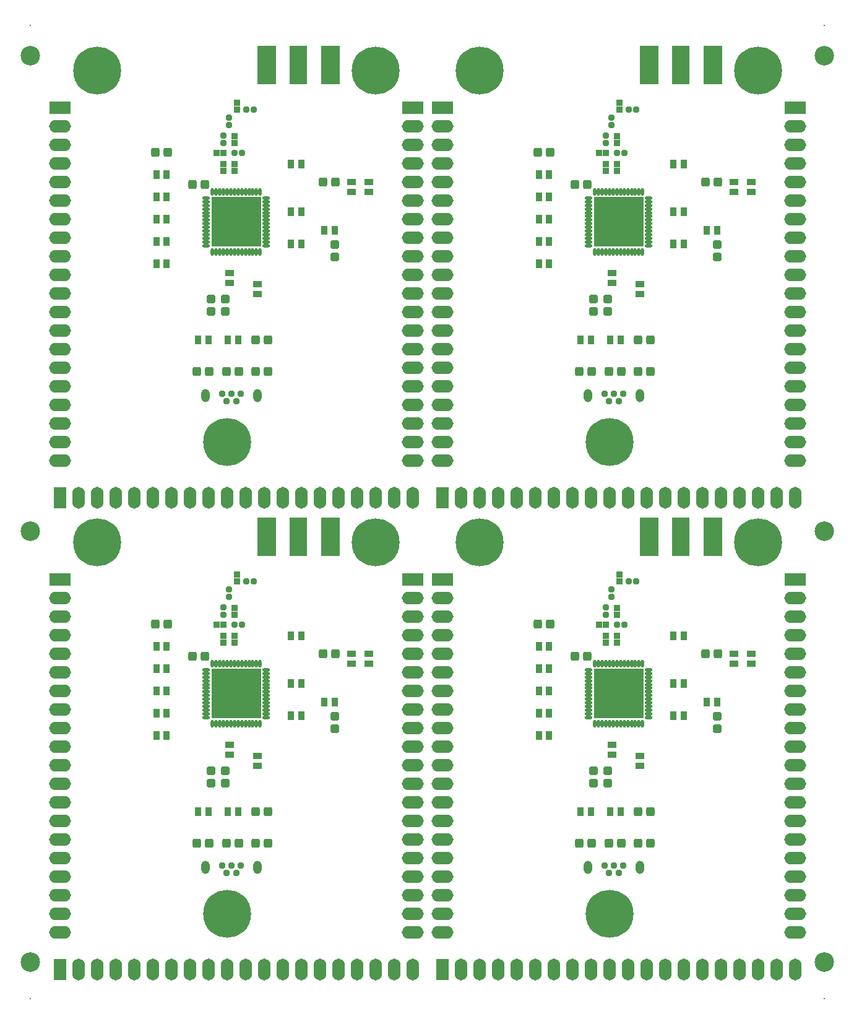
<source format=gts>
G04 Layer_Color=8388736*
%FSLAX25Y25*%
%MOIN*%
G70*
G01*
G75*
%ADD59C,0.10512*%
%ADD60R,0.03753X0.04540*%
G04:AMPARAMS|DCode=61|XSize=47.37mil|YSize=43.43mil|CornerRadius=8.43mil|HoleSize=0mil|Usage=FLASHONLY|Rotation=180.000|XOffset=0mil|YOffset=0mil|HoleType=Round|Shape=RoundedRectangle|*
%AMROUNDEDRECTD61*
21,1,0.04737,0.02657,0,0,180.0*
21,1,0.03051,0.04343,0,0,180.0*
1,1,0.01686,-0.01526,0.01329*
1,1,0.01686,0.01526,0.01329*
1,1,0.01686,0.01526,-0.01329*
1,1,0.01686,-0.01526,-0.01329*
%
%ADD61ROUNDEDRECTD61*%
G04:AMPARAMS|DCode=62|XSize=47.37mil|YSize=43.43mil|CornerRadius=8.43mil|HoleSize=0mil|Usage=FLASHONLY|Rotation=90.000|XOffset=0mil|YOffset=0mil|HoleType=Round|Shape=RoundedRectangle|*
%AMROUNDEDRECTD62*
21,1,0.04737,0.02657,0,0,90.0*
21,1,0.03051,0.04343,0,0,90.0*
1,1,0.01686,0.01329,0.01526*
1,1,0.01686,0.01329,-0.01526*
1,1,0.01686,-0.01329,-0.01526*
1,1,0.01686,-0.01329,0.01526*
%
%ADD62ROUNDEDRECTD62*%
%ADD63R,0.09816X0.20800*%
%ADD64R,0.10308X0.20800*%
%ADD65R,0.04540X0.03753*%
%ADD66R,0.03320X0.03320*%
%ADD67R,0.03320X0.03320*%
G04:AMPARAMS|DCode=68|XSize=31.62mil|YSize=31.62mil|CornerRadius=6.36mil|HoleSize=0mil|Usage=FLASHONLY|Rotation=90.000|XOffset=0mil|YOffset=0mil|HoleType=Round|Shape=RoundedRectangle|*
%AMROUNDEDRECTD68*
21,1,0.03162,0.01890,0,0,90.0*
21,1,0.01890,0.03162,0,0,90.0*
1,1,0.01272,0.00945,0.00945*
1,1,0.01272,0.00945,-0.00945*
1,1,0.01272,-0.00945,-0.00945*
1,1,0.01272,-0.00945,0.00945*
%
%ADD68ROUNDEDRECTD68*%
G04:AMPARAMS|DCode=69|XSize=31.62mil|YSize=31.62mil|CornerRadius=6.36mil|HoleSize=0mil|Usage=FLASHONLY|Rotation=180.000|XOffset=0mil|YOffset=0mil|HoleType=Round|Shape=RoundedRectangle|*
%AMROUNDEDRECTD69*
21,1,0.03162,0.01890,0,0,180.0*
21,1,0.01890,0.03162,0,0,180.0*
1,1,0.01272,-0.00945,0.00945*
1,1,0.01272,0.00945,0.00945*
1,1,0.01272,0.00945,-0.00945*
1,1,0.01272,-0.00945,-0.00945*
%
%ADD69ROUNDEDRECTD69*%
%ADD70O,0.04343X0.01784*%
%ADD71O,0.01784X0.04343*%
%ADD72R,0.26784X0.26784*%
%ADD73C,0.00800*%
%ADD74C,0.03753*%
G04:AMPARAMS|DCode=75|XSize=47.37mil|YSize=70.99mil|CornerRadius=23.68mil|HoleSize=0mil|Usage=FLASHONLY|Rotation=0.000|XOffset=0mil|YOffset=0mil|HoleType=Round|Shape=RoundedRectangle|*
%AMROUNDEDRECTD75*
21,1,0.04737,0.02362,0,0,0.0*
21,1,0.00000,0.07099,0,0,0.0*
1,1,0.04737,0.00000,-0.01181*
1,1,0.04737,0.00000,-0.01181*
1,1,0.04737,0.00000,0.01181*
1,1,0.04737,0.00000,0.01181*
%
%ADD75ROUNDEDRECTD75*%
%ADD76O,0.06800X0.11800*%
%ADD77C,0.25800*%
%ADD78R,0.11800X0.06800*%
%ADD79O,0.11800X0.06800*%
%ADD80R,0.06800X0.11800*%
%ADD81C,0.03200*%
D59*
X-7874Y500000D02*
D03*
X419874D02*
D03*
X-7874Y244094D02*
D03*
X419874D02*
D03*
Y11811D02*
D03*
X-7874D02*
D03*
D60*
X150688Y152000D02*
D03*
X156200D02*
D03*
X138212Y187500D02*
D03*
X132700D02*
D03*
Y162000D02*
D03*
X138212D02*
D03*
X65700Y182000D02*
D03*
X60188D02*
D03*
X65712Y170000D02*
D03*
X60200D02*
D03*
X65712Y158000D02*
D03*
X60200D02*
D03*
X65700Y146000D02*
D03*
X60188D02*
D03*
X65700Y134000D02*
D03*
X60188D02*
D03*
X132688Y144500D02*
D03*
X138200D02*
D03*
X88200Y93000D02*
D03*
X82688D02*
D03*
X98688D02*
D03*
X104200D02*
D03*
X356688Y152000D02*
D03*
X362200D02*
D03*
X344212Y187500D02*
D03*
X338700D02*
D03*
Y162000D02*
D03*
X344212D02*
D03*
X271700Y182000D02*
D03*
X266188D02*
D03*
X271712Y170000D02*
D03*
X266200D02*
D03*
X271712Y158000D02*
D03*
X266200D02*
D03*
X271700Y146000D02*
D03*
X266188D02*
D03*
X271700Y134000D02*
D03*
X266188D02*
D03*
X338688Y144500D02*
D03*
X344200D02*
D03*
X294200Y93000D02*
D03*
X288688D02*
D03*
X304688D02*
D03*
X310200D02*
D03*
X150688Y406000D02*
D03*
X156200D02*
D03*
X138212Y441500D02*
D03*
X132700D02*
D03*
Y416000D02*
D03*
X138212D02*
D03*
X65700Y436000D02*
D03*
X60188D02*
D03*
X65712Y424000D02*
D03*
X60200D02*
D03*
X65712Y412000D02*
D03*
X60200D02*
D03*
X65700Y400000D02*
D03*
X60188D02*
D03*
X65700Y388000D02*
D03*
X60188D02*
D03*
X132688Y398500D02*
D03*
X138200D02*
D03*
X88200Y347000D02*
D03*
X82688D02*
D03*
X98688D02*
D03*
X104200D02*
D03*
X356688Y406000D02*
D03*
X362200D02*
D03*
X344212Y441500D02*
D03*
X338700D02*
D03*
Y416000D02*
D03*
X344212D02*
D03*
X271700Y436000D02*
D03*
X266188D02*
D03*
X271712Y424000D02*
D03*
X266200D02*
D03*
X271712Y412000D02*
D03*
X266200D02*
D03*
X271700Y400000D02*
D03*
X266188D02*
D03*
X271700Y388000D02*
D03*
X266188D02*
D03*
X338688Y398500D02*
D03*
X344200D02*
D03*
X294200Y347000D02*
D03*
X288688D02*
D03*
X304688D02*
D03*
X310200D02*
D03*
D61*
X156200Y144193D02*
D03*
Y137500D02*
D03*
X89700Y108307D02*
D03*
Y115000D02*
D03*
X97200D02*
D03*
Y108307D02*
D03*
X362200Y144193D02*
D03*
Y137500D02*
D03*
X295700Y108307D02*
D03*
Y115000D02*
D03*
X303200D02*
D03*
Y108307D02*
D03*
X156200Y398193D02*
D03*
Y391500D02*
D03*
X89700Y362307D02*
D03*
Y369000D02*
D03*
X97200D02*
D03*
Y362307D02*
D03*
X362200Y398193D02*
D03*
Y391500D02*
D03*
X295700Y362307D02*
D03*
Y369000D02*
D03*
X303200D02*
D03*
Y362307D02*
D03*
D62*
X86393Y176500D02*
D03*
X79700D02*
D03*
X59700Y194000D02*
D03*
X66393D02*
D03*
X156700Y178000D02*
D03*
X150007D02*
D03*
X113507Y93000D02*
D03*
X120200D02*
D03*
Y76000D02*
D03*
X113507D02*
D03*
X104700D02*
D03*
X98007D02*
D03*
X82007D02*
D03*
X88700D02*
D03*
X292393Y176500D02*
D03*
X285700D02*
D03*
X265700Y194000D02*
D03*
X272393D02*
D03*
X362700Y178000D02*
D03*
X356007D02*
D03*
X319507Y93000D02*
D03*
X326200D02*
D03*
Y76000D02*
D03*
X319507D02*
D03*
X310700D02*
D03*
X304007D02*
D03*
X288007D02*
D03*
X294700D02*
D03*
X86393Y430500D02*
D03*
X79700D02*
D03*
X59700Y448000D02*
D03*
X66393D02*
D03*
X156700Y432000D02*
D03*
X150007D02*
D03*
X113507Y347000D02*
D03*
X120200D02*
D03*
Y330000D02*
D03*
X113507D02*
D03*
X104700D02*
D03*
X98007D02*
D03*
X82007D02*
D03*
X88700D02*
D03*
X292393Y430500D02*
D03*
X285700D02*
D03*
X265700Y448000D02*
D03*
X272393D02*
D03*
X362700Y432000D02*
D03*
X356007D02*
D03*
X319507Y347000D02*
D03*
X326200D02*
D03*
Y330000D02*
D03*
X319507D02*
D03*
X310700D02*
D03*
X304007D02*
D03*
X288007D02*
D03*
X294700D02*
D03*
D63*
X136700Y241000D02*
D03*
X342700D02*
D03*
X136700Y495000D02*
D03*
X342700D02*
D03*
D64*
X153954Y241000D02*
D03*
X119446D02*
D03*
X359954D02*
D03*
X325446D02*
D03*
X153954Y495000D02*
D03*
X119446D02*
D03*
X359954D02*
D03*
X325446D02*
D03*
D65*
X99700Y129012D02*
D03*
Y123500D02*
D03*
X114700Y123012D02*
D03*
Y117500D02*
D03*
X165200Y178012D02*
D03*
Y172500D02*
D03*
X174700Y178012D02*
D03*
Y172500D02*
D03*
X305700Y129012D02*
D03*
Y123500D02*
D03*
X320700Y123012D02*
D03*
Y117500D02*
D03*
X371200Y178012D02*
D03*
Y172500D02*
D03*
X380700Y178012D02*
D03*
Y172500D02*
D03*
X99700Y383012D02*
D03*
Y377500D02*
D03*
X114700Y377012D02*
D03*
Y371500D02*
D03*
X165200Y432012D02*
D03*
Y426500D02*
D03*
X174700Y432012D02*
D03*
Y426500D02*
D03*
X305700Y383012D02*
D03*
Y377500D02*
D03*
X320700Y377012D02*
D03*
Y371500D02*
D03*
X371200Y432012D02*
D03*
Y426500D02*
D03*
X380700Y432012D02*
D03*
Y426500D02*
D03*
D66*
X103700Y217000D02*
D03*
Y220622D02*
D03*
X102200Y199000D02*
D03*
Y202622D02*
D03*
X96200Y184000D02*
D03*
Y187622D02*
D03*
X102200Y184000D02*
D03*
Y187622D02*
D03*
X309700Y217000D02*
D03*
Y220622D02*
D03*
X308200Y199000D02*
D03*
Y202622D02*
D03*
X302200Y184000D02*
D03*
Y187622D02*
D03*
X308200Y184000D02*
D03*
Y187622D02*
D03*
X103700Y471000D02*
D03*
Y474622D02*
D03*
X102200Y453000D02*
D03*
Y456622D02*
D03*
X96200Y438000D02*
D03*
Y441622D02*
D03*
X102200Y438000D02*
D03*
Y441622D02*
D03*
X309700Y471000D02*
D03*
Y474622D02*
D03*
X308200Y453000D02*
D03*
Y456622D02*
D03*
X302200Y438000D02*
D03*
Y441622D02*
D03*
X308200Y438000D02*
D03*
Y441622D02*
D03*
D67*
X92578Y193500D02*
D03*
X96200D02*
D03*
X298578D02*
D03*
X302200D02*
D03*
X92578Y447500D02*
D03*
X96200D02*
D03*
X298578D02*
D03*
X302200D02*
D03*
D68*
X112637Y217000D02*
D03*
X108700D02*
D03*
X102200Y193500D02*
D03*
X106137D02*
D03*
X318637Y217000D02*
D03*
X314700D02*
D03*
X308200Y193500D02*
D03*
X312137D02*
D03*
X112637Y471000D02*
D03*
X108700D02*
D03*
X102200Y447500D02*
D03*
X106137D02*
D03*
X318637Y471000D02*
D03*
X314700D02*
D03*
X308200Y447500D02*
D03*
X312137D02*
D03*
D69*
X99200Y212437D02*
D03*
Y208500D02*
D03*
X96200Y202937D02*
D03*
Y199000D02*
D03*
X305200Y212437D02*
D03*
Y208500D02*
D03*
X302200Y202937D02*
D03*
Y199000D02*
D03*
X99200Y466437D02*
D03*
Y462500D02*
D03*
X96200Y456937D02*
D03*
Y453000D02*
D03*
X305200Y466437D02*
D03*
Y462500D02*
D03*
X302200Y456937D02*
D03*
Y453000D02*
D03*
D70*
X87058Y143705D02*
D03*
Y145673D02*
D03*
Y147642D02*
D03*
Y149610D02*
D03*
Y151579D02*
D03*
Y153547D02*
D03*
Y155516D02*
D03*
Y157484D02*
D03*
Y159453D02*
D03*
Y161421D02*
D03*
Y163390D02*
D03*
Y165358D02*
D03*
Y167327D02*
D03*
Y169295D02*
D03*
X119342D02*
D03*
Y167327D02*
D03*
Y165358D02*
D03*
Y163390D02*
D03*
Y161421D02*
D03*
Y159453D02*
D03*
Y157484D02*
D03*
Y155516D02*
D03*
Y153547D02*
D03*
Y151579D02*
D03*
Y149610D02*
D03*
Y147642D02*
D03*
Y145673D02*
D03*
Y143705D02*
D03*
X293058D02*
D03*
Y145673D02*
D03*
Y147642D02*
D03*
Y149610D02*
D03*
Y151579D02*
D03*
Y153547D02*
D03*
Y155516D02*
D03*
Y157484D02*
D03*
Y159453D02*
D03*
Y161421D02*
D03*
Y163390D02*
D03*
Y165358D02*
D03*
Y167327D02*
D03*
Y169295D02*
D03*
X325342D02*
D03*
Y167327D02*
D03*
Y165358D02*
D03*
Y163390D02*
D03*
Y161421D02*
D03*
Y159453D02*
D03*
Y157484D02*
D03*
Y155516D02*
D03*
Y153547D02*
D03*
Y151579D02*
D03*
Y149610D02*
D03*
Y147642D02*
D03*
Y145673D02*
D03*
Y143705D02*
D03*
X87058Y397705D02*
D03*
Y399673D02*
D03*
Y401642D02*
D03*
Y403610D02*
D03*
Y405579D02*
D03*
Y407547D02*
D03*
Y409516D02*
D03*
Y411484D02*
D03*
Y413453D02*
D03*
Y415421D02*
D03*
Y417390D02*
D03*
Y419358D02*
D03*
Y421327D02*
D03*
Y423295D02*
D03*
X119342D02*
D03*
Y421327D02*
D03*
Y419358D02*
D03*
Y417390D02*
D03*
Y415421D02*
D03*
Y413453D02*
D03*
Y411484D02*
D03*
Y409516D02*
D03*
Y407547D02*
D03*
Y405579D02*
D03*
Y403610D02*
D03*
Y401642D02*
D03*
Y399673D02*
D03*
Y397705D02*
D03*
X293058D02*
D03*
Y399673D02*
D03*
Y401642D02*
D03*
Y403610D02*
D03*
Y405579D02*
D03*
Y407547D02*
D03*
Y409516D02*
D03*
Y411484D02*
D03*
Y413453D02*
D03*
Y415421D02*
D03*
Y417390D02*
D03*
Y419358D02*
D03*
Y421327D02*
D03*
Y423295D02*
D03*
X325342D02*
D03*
Y421327D02*
D03*
Y419358D02*
D03*
Y417390D02*
D03*
Y415421D02*
D03*
Y413453D02*
D03*
Y411484D02*
D03*
Y409516D02*
D03*
Y407547D02*
D03*
Y405579D02*
D03*
Y403610D02*
D03*
Y401642D02*
D03*
Y399673D02*
D03*
Y397705D02*
D03*
D71*
X90405Y172642D02*
D03*
X92373D02*
D03*
X94342D02*
D03*
X96310D02*
D03*
X98279D02*
D03*
X100247D02*
D03*
X102216D02*
D03*
X104184D02*
D03*
X106153D02*
D03*
X108121D02*
D03*
X110090D02*
D03*
X112058D02*
D03*
X114027D02*
D03*
X115995D02*
D03*
Y140358D02*
D03*
X114027D02*
D03*
X112058D02*
D03*
X110090D02*
D03*
X108121D02*
D03*
X106153D02*
D03*
X104184D02*
D03*
X102216D02*
D03*
X100247D02*
D03*
X98279D02*
D03*
X96310D02*
D03*
X94342D02*
D03*
X92373D02*
D03*
X90405D02*
D03*
X296405Y172642D02*
D03*
X298373D02*
D03*
X300342D02*
D03*
X302310D02*
D03*
X304279D02*
D03*
X306247D02*
D03*
X308216D02*
D03*
X310184D02*
D03*
X312153D02*
D03*
X314121D02*
D03*
X316090D02*
D03*
X318058D02*
D03*
X320027D02*
D03*
X321995D02*
D03*
Y140358D02*
D03*
X320027D02*
D03*
X318058D02*
D03*
X316090D02*
D03*
X314121D02*
D03*
X312153D02*
D03*
X310184D02*
D03*
X308216D02*
D03*
X306247D02*
D03*
X304279D02*
D03*
X302310D02*
D03*
X300342D02*
D03*
X298373D02*
D03*
X296405D02*
D03*
X90405Y426642D02*
D03*
X92373D02*
D03*
X94342D02*
D03*
X96310D02*
D03*
X98279D02*
D03*
X100247D02*
D03*
X102216D02*
D03*
X104184D02*
D03*
X106153D02*
D03*
X108121D02*
D03*
X110090D02*
D03*
X112058D02*
D03*
X114027D02*
D03*
X115995D02*
D03*
Y394358D02*
D03*
X114027D02*
D03*
X112058D02*
D03*
X110090D02*
D03*
X108121D02*
D03*
X106153D02*
D03*
X104184D02*
D03*
X102216D02*
D03*
X100247D02*
D03*
X98279D02*
D03*
X96310D02*
D03*
X94342D02*
D03*
X92373D02*
D03*
X90405D02*
D03*
X296405Y426642D02*
D03*
X298373D02*
D03*
X300342D02*
D03*
X302310D02*
D03*
X304279D02*
D03*
X306247D02*
D03*
X308216D02*
D03*
X310184D02*
D03*
X312153D02*
D03*
X314121D02*
D03*
X316090D02*
D03*
X318058D02*
D03*
X320027D02*
D03*
X321995D02*
D03*
Y394358D02*
D03*
X320027D02*
D03*
X318058D02*
D03*
X316090D02*
D03*
X314121D02*
D03*
X312153D02*
D03*
X310184D02*
D03*
X308216D02*
D03*
X306247D02*
D03*
X304279D02*
D03*
X302310D02*
D03*
X300342D02*
D03*
X298373D02*
D03*
X296405D02*
D03*
D72*
X103200Y156500D02*
D03*
X309200D02*
D03*
X103200Y410500D02*
D03*
X309200D02*
D03*
D73*
X-7874Y516374D02*
D03*
X-7874Y-7874D02*
D03*
X419874D02*
D03*
Y516374D02*
D03*
D74*
X95507Y63866D02*
D03*
X98066Y59929D02*
D03*
X100625Y63866D02*
D03*
X105743D02*
D03*
X103184Y59929D02*
D03*
X301507Y63866D02*
D03*
X304066Y59929D02*
D03*
X306625Y63866D02*
D03*
X311743D02*
D03*
X309184Y59929D02*
D03*
X95507Y317866D02*
D03*
X98066Y313929D02*
D03*
X100625Y317866D02*
D03*
X105743D02*
D03*
X103184Y313929D02*
D03*
X301507Y317866D02*
D03*
X304066Y313929D02*
D03*
X306625Y317866D02*
D03*
X311743D02*
D03*
X309184Y313929D02*
D03*
D75*
X86550Y63000D02*
D03*
X114700D02*
D03*
X292550D02*
D03*
X320700D02*
D03*
X86550Y317000D02*
D03*
X114700D02*
D03*
X292550D02*
D03*
X320700D02*
D03*
D76*
X48200Y8000D02*
D03*
X28200D02*
D03*
X38200D02*
D03*
X58200D02*
D03*
X18200D02*
D03*
X68200D02*
D03*
X78200D02*
D03*
X88200D02*
D03*
X98200D02*
D03*
X108200D02*
D03*
X118200D02*
D03*
X128200D02*
D03*
X138200D02*
D03*
X148200D02*
D03*
X158200D02*
D03*
X168200D02*
D03*
X178200D02*
D03*
X188200D02*
D03*
X198200D02*
D03*
X254200D02*
D03*
X234200D02*
D03*
X244200D02*
D03*
X264200D02*
D03*
X224200D02*
D03*
X274200D02*
D03*
X284200D02*
D03*
X294200D02*
D03*
X304200D02*
D03*
X314200D02*
D03*
X324200D02*
D03*
X334200D02*
D03*
X344200D02*
D03*
X354200D02*
D03*
X364200D02*
D03*
X374200D02*
D03*
X384200D02*
D03*
X394200D02*
D03*
X404200D02*
D03*
X48200Y262000D02*
D03*
X28200D02*
D03*
X38200D02*
D03*
X58200D02*
D03*
X18200D02*
D03*
X68200D02*
D03*
X78200D02*
D03*
X88200D02*
D03*
X98200D02*
D03*
X108200D02*
D03*
X118200D02*
D03*
X128200D02*
D03*
X138200D02*
D03*
X148200D02*
D03*
X158200D02*
D03*
X168200D02*
D03*
X178200D02*
D03*
X188200D02*
D03*
X198200D02*
D03*
X254200D02*
D03*
X234200D02*
D03*
X244200D02*
D03*
X264200D02*
D03*
X224200D02*
D03*
X274200D02*
D03*
X284200D02*
D03*
X294200D02*
D03*
X304200D02*
D03*
X314200D02*
D03*
X324200D02*
D03*
X334200D02*
D03*
X344200D02*
D03*
X354200D02*
D03*
X364200D02*
D03*
X374200D02*
D03*
X384200D02*
D03*
X394200D02*
D03*
X404200D02*
D03*
D77*
X98200Y38000D02*
D03*
X28200Y238000D02*
D03*
X178200D02*
D03*
X304200Y38000D02*
D03*
X234200Y238000D02*
D03*
X384200D02*
D03*
X98200Y292000D02*
D03*
X28200Y492000D02*
D03*
X178200D02*
D03*
X304200Y292000D02*
D03*
X234200Y492000D02*
D03*
X384200D02*
D03*
D78*
X8200Y218000D02*
D03*
X198200D02*
D03*
X214200D02*
D03*
X404200D02*
D03*
X8200Y472000D02*
D03*
X198200D02*
D03*
X214200D02*
D03*
X404200D02*
D03*
D79*
X8200Y208000D02*
D03*
Y198000D02*
D03*
Y188000D02*
D03*
Y178000D02*
D03*
Y168000D02*
D03*
Y158000D02*
D03*
Y148000D02*
D03*
Y138000D02*
D03*
Y128000D02*
D03*
Y118000D02*
D03*
Y108000D02*
D03*
Y98000D02*
D03*
Y88000D02*
D03*
Y78000D02*
D03*
Y68000D02*
D03*
Y58000D02*
D03*
Y48000D02*
D03*
Y38000D02*
D03*
Y28000D02*
D03*
X198200Y208000D02*
D03*
Y198000D02*
D03*
Y188000D02*
D03*
Y178000D02*
D03*
Y168000D02*
D03*
Y158000D02*
D03*
Y148000D02*
D03*
Y138000D02*
D03*
Y128000D02*
D03*
Y118000D02*
D03*
Y108000D02*
D03*
Y98000D02*
D03*
Y88000D02*
D03*
Y78000D02*
D03*
Y68000D02*
D03*
Y58000D02*
D03*
Y48000D02*
D03*
Y38000D02*
D03*
Y28000D02*
D03*
X214200Y208000D02*
D03*
Y198000D02*
D03*
Y188000D02*
D03*
Y178000D02*
D03*
Y168000D02*
D03*
Y158000D02*
D03*
Y148000D02*
D03*
Y138000D02*
D03*
Y128000D02*
D03*
Y118000D02*
D03*
Y108000D02*
D03*
Y98000D02*
D03*
Y88000D02*
D03*
Y78000D02*
D03*
Y68000D02*
D03*
Y58000D02*
D03*
Y48000D02*
D03*
Y38000D02*
D03*
Y28000D02*
D03*
X404200Y208000D02*
D03*
Y198000D02*
D03*
Y188000D02*
D03*
Y178000D02*
D03*
Y168000D02*
D03*
Y158000D02*
D03*
Y148000D02*
D03*
Y138000D02*
D03*
Y128000D02*
D03*
Y118000D02*
D03*
Y108000D02*
D03*
Y98000D02*
D03*
Y88000D02*
D03*
Y78000D02*
D03*
Y68000D02*
D03*
Y58000D02*
D03*
Y48000D02*
D03*
Y38000D02*
D03*
Y28000D02*
D03*
X8200Y462000D02*
D03*
Y452000D02*
D03*
Y442000D02*
D03*
Y432000D02*
D03*
Y422000D02*
D03*
Y412000D02*
D03*
Y402000D02*
D03*
Y392000D02*
D03*
Y382000D02*
D03*
Y372000D02*
D03*
Y362000D02*
D03*
Y352000D02*
D03*
Y342000D02*
D03*
Y332000D02*
D03*
Y322000D02*
D03*
Y312000D02*
D03*
Y302000D02*
D03*
Y292000D02*
D03*
Y282000D02*
D03*
X198200Y462000D02*
D03*
Y452000D02*
D03*
Y442000D02*
D03*
Y432000D02*
D03*
Y422000D02*
D03*
Y412000D02*
D03*
Y402000D02*
D03*
Y392000D02*
D03*
Y382000D02*
D03*
Y372000D02*
D03*
Y362000D02*
D03*
Y352000D02*
D03*
Y342000D02*
D03*
Y332000D02*
D03*
Y322000D02*
D03*
Y312000D02*
D03*
Y302000D02*
D03*
Y292000D02*
D03*
Y282000D02*
D03*
X214200Y462000D02*
D03*
Y452000D02*
D03*
Y442000D02*
D03*
Y432000D02*
D03*
Y422000D02*
D03*
Y412000D02*
D03*
Y402000D02*
D03*
Y392000D02*
D03*
Y382000D02*
D03*
Y372000D02*
D03*
Y362000D02*
D03*
Y352000D02*
D03*
Y342000D02*
D03*
Y332000D02*
D03*
Y322000D02*
D03*
Y312000D02*
D03*
Y302000D02*
D03*
Y292000D02*
D03*
Y282000D02*
D03*
X404200Y462000D02*
D03*
Y452000D02*
D03*
Y442000D02*
D03*
Y432000D02*
D03*
Y422000D02*
D03*
Y412000D02*
D03*
Y402000D02*
D03*
Y392000D02*
D03*
Y382000D02*
D03*
Y372000D02*
D03*
Y362000D02*
D03*
Y352000D02*
D03*
Y342000D02*
D03*
Y332000D02*
D03*
Y322000D02*
D03*
Y312000D02*
D03*
Y302000D02*
D03*
Y292000D02*
D03*
Y282000D02*
D03*
D80*
X8200Y8000D02*
D03*
X214200D02*
D03*
X8200Y262000D02*
D03*
X214200D02*
D03*
D81*
X110200Y167700D02*
D03*
X105300Y164000D02*
D03*
X106700Y153200D02*
D03*
X111700Y156400D02*
D03*
X91700Y152000D02*
D03*
Y160500D02*
D03*
X316200Y167700D02*
D03*
X311300Y164000D02*
D03*
X312700Y153200D02*
D03*
X317700Y156400D02*
D03*
X297700Y152000D02*
D03*
Y160500D02*
D03*
X110200Y421700D02*
D03*
X105300Y418000D02*
D03*
X106700Y407200D02*
D03*
X111700Y410400D02*
D03*
X91700Y406000D02*
D03*
Y414500D02*
D03*
X316200Y421700D02*
D03*
X311300Y418000D02*
D03*
X312700Y407200D02*
D03*
X317700Y410400D02*
D03*
X297700Y406000D02*
D03*
Y414500D02*
D03*
M02*

</source>
